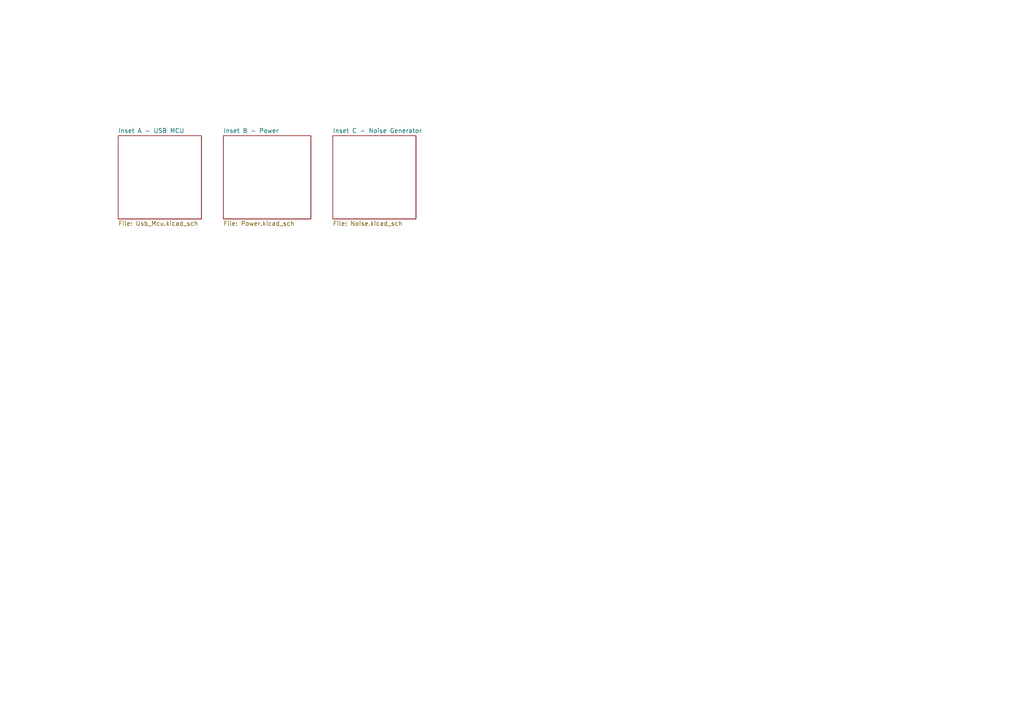
<source format=kicad_sch>
(kicad_sch
	(version 20231120)
	(generator "eeschema")
	(generator_version "8.0")
	(uuid "2c4ac472-9624-49c1-b7f6-74967546e3f5")
	(paper "A4")
	(lib_symbols)
	(sheet
		(at 96.52 39.37)
		(size 24.13 24.13)
		(fields_autoplaced yes)
		(stroke
			(width 0.1524)
			(type solid)
		)
		(fill
			(color 0 0 0 0.0000)
		)
		(uuid "51d632f0-0073-4075-9c8b-29ec88c06dbb")
		(property "Sheetname" "Inset C - Noise Generator"
			(at 96.52 38.6584 0)
			(effects
				(font
					(size 1.27 1.27)
				)
				(justify left bottom)
			)
		)
		(property "Sheetfile" "Noise.kicad_sch"
			(at 96.52 64.0846 0)
			(effects
				(font
					(size 1.27 1.27)
				)
				(justify left top)
			)
		)
		(instances
			(project "starter_d11_rev2"
				(path "/2c4ac472-9624-49c1-b7f6-74967546e3f5"
					(page "4")
				)
			)
		)
	)
	(sheet
		(at 34.29 39.37)
		(size 24.13 24.13)
		(fields_autoplaced yes)
		(stroke
			(width 0.1524)
			(type solid)
		)
		(fill
			(color 0 0 0 0.0000)
		)
		(uuid "9d0b096d-343f-4fe8-a433-bb0aee5dc0f6")
		(property "Sheetname" "Inset A - USB MCU"
			(at 34.29 38.6584 0)
			(effects
				(font
					(size 1.27 1.27)
				)
				(justify left bottom)
			)
		)
		(property "Sheetfile" "Usb_Mcu.kicad_sch"
			(at 34.29 64.0846 0)
			(effects
				(font
					(size 1.27 1.27)
				)
				(justify left top)
			)
		)
		(instances
			(project "starter_d11_rev2"
				(path "/2c4ac472-9624-49c1-b7f6-74967546e3f5"
					(page "2")
				)
			)
		)
	)
	(sheet
		(at 64.77 39.37)
		(size 25.4 24.13)
		(fields_autoplaced yes)
		(stroke
			(width 0.1524)
			(type solid)
		)
		(fill
			(color 0 0 0 0.0000)
		)
		(uuid "b4cd3d0d-2c28-4d1a-b5ce-b0f6d285c299")
		(property "Sheetname" "Inset B - Power"
			(at 64.77 38.6584 0)
			(effects
				(font
					(size 1.27 1.27)
				)
				(justify left bottom)
			)
		)
		(property "Sheetfile" "Power.kicad_sch"
			(at 64.77 64.0846 0)
			(effects
				(font
					(size 1.27 1.27)
				)
				(justify left top)
			)
		)
		(instances
			(project "starter_d11_rev2"
				(path "/2c4ac472-9624-49c1-b7f6-74967546e3f5"
					(page "3")
				)
			)
		)
	)
	(sheet_instances
		(path "/"
			(page "1")
		)
	)
)
</source>
